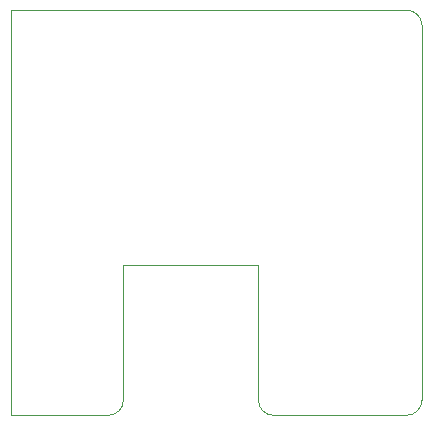
<source format=gbr>
G04 #@! TF.FileFunction,Profile,NP*
%FSLAX46Y46*%
G04 Gerber Fmt 4.6, Leading zero omitted, Abs format (unit mm)*
G04 Created by KiCad (PCBNEW 4.0.1-stable) date 7/29/2016 10:59:53 AM*
%MOMM*%
G01*
G04 APERTURE LIST*
%ADD10C,0.150000*%
%ADD11C,0.100000*%
G04 APERTURE END LIST*
D10*
D11*
X33528000Y0D02*
X0Y0D01*
X22225000Y-34290000D02*
X33528000Y-34290000D01*
X0Y-34290000D02*
X8255000Y-34290000D01*
X9525000Y-21590000D02*
X9525000Y-22225000D01*
X9525000Y-33020000D02*
X9525000Y-21590000D01*
X20955000Y-33020000D02*
X20955000Y-21590000D01*
X34798000Y-1270000D02*
X34798000Y-33020000D01*
X34798000Y-1270000D02*
G75*
G03X33528000Y0I-1270000J0D01*
G01*
X8255000Y-34290000D02*
G75*
G03X9525000Y-33020000I0J1270000D01*
G01*
X33528000Y-34290000D02*
G75*
G03X34798000Y-33020000I0J1270000D01*
G01*
X20955000Y-33020000D02*
G75*
G03X22225000Y-34290000I1270000J0D01*
G01*
X9525000Y-21590000D02*
X20955000Y-21590000D01*
X0Y0D02*
X0Y-34290000D01*
M02*

</source>
